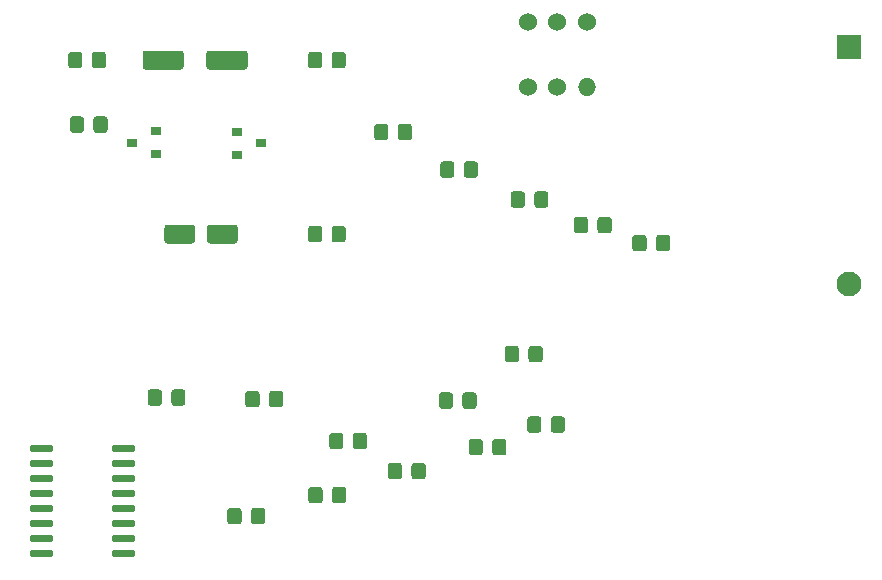
<source format=gbr>
%TF.GenerationSoftware,KiCad,Pcbnew,5.1.9-1.fc33*%
%TF.CreationDate,2021-01-27T11:43:12-03:00*%
%TF.ProjectId,santas_sequencer,73616e74-6173-45f7-9365-7175656e6365,rev?*%
%TF.SameCoordinates,Original*%
%TF.FileFunction,Soldermask,Bot*%
%TF.FilePolarity,Negative*%
%FSLAX46Y46*%
G04 Gerber Fmt 4.6, Leading zero omitted, Abs format (unit mm)*
G04 Created by KiCad (PCBNEW 5.1.9-1.fc33) date 2021-01-27 11:43:12*
%MOMM*%
%LPD*%
G01*
G04 APERTURE LIST*
%ADD10C,1.524000*%
%ADD11O,1.524000X1.524000*%
%ADD12R,0.900000X0.800000*%
%ADD13C,2.100000*%
%ADD14R,2.100000X2.100000*%
G04 APERTURE END LIST*
G36*
G01*
X121658000Y-102023000D02*
X121658000Y-100923000D01*
G75*
G02*
X121908000Y-100673000I250000J0D01*
G01*
X124008000Y-100673000D01*
G75*
G02*
X124258000Y-100923000I0J-250000D01*
G01*
X124258000Y-102023000D01*
G75*
G02*
X124008000Y-102273000I-250000J0D01*
G01*
X121908000Y-102273000D01*
G75*
G02*
X121658000Y-102023000I0J250000D01*
G01*
G37*
G36*
G01*
X118058000Y-102023000D02*
X118058000Y-100923000D01*
G75*
G02*
X118308000Y-100673000I250000J0D01*
G01*
X120408000Y-100673000D01*
G75*
G02*
X120658000Y-100923000I0J-250000D01*
G01*
X120658000Y-102023000D01*
G75*
G02*
X120408000Y-102273000I-250000J0D01*
G01*
X118308000Y-102273000D01*
G75*
G02*
X118058000Y-102023000I0J250000D01*
G01*
G37*
G36*
G01*
X121600000Y-87291000D02*
X121600000Y-86191000D01*
G75*
G02*
X121850000Y-85941000I250000J0D01*
G01*
X124850000Y-85941000D01*
G75*
G02*
X125100000Y-86191000I0J-250000D01*
G01*
X125100000Y-87291000D01*
G75*
G02*
X124850000Y-87541000I-250000J0D01*
G01*
X121850000Y-87541000D01*
G75*
G02*
X121600000Y-87291000I0J250000D01*
G01*
G37*
G36*
G01*
X116200000Y-87291000D02*
X116200000Y-86191000D01*
G75*
G02*
X116450000Y-85941000I250000J0D01*
G01*
X119450000Y-85941000D01*
G75*
G02*
X119700000Y-86191000I0J-250000D01*
G01*
X119700000Y-87291000D01*
G75*
G02*
X119450000Y-87541000I-250000J0D01*
G01*
X116450000Y-87541000D01*
G75*
G02*
X116200000Y-87291000I0J250000D01*
G01*
G37*
D10*
X148821000Y-83546000D03*
X151321000Y-83546000D03*
X153821000Y-83546000D03*
X148821000Y-89046000D03*
X151321000Y-89046000D03*
D11*
X153821000Y-89046000D03*
G36*
G01*
X112049000Y-92652001D02*
X112049000Y-91751999D01*
G75*
G02*
X112298999Y-91502000I249999J0D01*
G01*
X112999001Y-91502000D01*
G75*
G02*
X113249000Y-91751999I0J-249999D01*
G01*
X113249000Y-92652001D01*
G75*
G02*
X112999001Y-92902000I-249999J0D01*
G01*
X112298999Y-92902000D01*
G75*
G02*
X112049000Y-92652001I0J249999D01*
G01*
G37*
G36*
G01*
X110049000Y-92652001D02*
X110049000Y-91751999D01*
G75*
G02*
X110298999Y-91502000I249999J0D01*
G01*
X110999001Y-91502000D01*
G75*
G02*
X111249000Y-91751999I0J-249999D01*
G01*
X111249000Y-92652001D01*
G75*
G02*
X110999001Y-92902000I-249999J0D01*
G01*
X110298999Y-92902000D01*
G75*
G02*
X110049000Y-92652001I0J249999D01*
G01*
G37*
G36*
G01*
X113600000Y-128674000D02*
X113600000Y-128374000D01*
G75*
G02*
X113750000Y-128224000I150000J0D01*
G01*
X115425000Y-128224000D01*
G75*
G02*
X115575000Y-128374000I0J-150000D01*
G01*
X115575000Y-128674000D01*
G75*
G02*
X115425000Y-128824000I-150000J0D01*
G01*
X113750000Y-128824000D01*
G75*
G02*
X113600000Y-128674000I0J150000D01*
G01*
G37*
G36*
G01*
X113600000Y-127404000D02*
X113600000Y-127104000D01*
G75*
G02*
X113750000Y-126954000I150000J0D01*
G01*
X115425000Y-126954000D01*
G75*
G02*
X115575000Y-127104000I0J-150000D01*
G01*
X115575000Y-127404000D01*
G75*
G02*
X115425000Y-127554000I-150000J0D01*
G01*
X113750000Y-127554000D01*
G75*
G02*
X113600000Y-127404000I0J150000D01*
G01*
G37*
G36*
G01*
X113600000Y-126134000D02*
X113600000Y-125834000D01*
G75*
G02*
X113750000Y-125684000I150000J0D01*
G01*
X115425000Y-125684000D01*
G75*
G02*
X115575000Y-125834000I0J-150000D01*
G01*
X115575000Y-126134000D01*
G75*
G02*
X115425000Y-126284000I-150000J0D01*
G01*
X113750000Y-126284000D01*
G75*
G02*
X113600000Y-126134000I0J150000D01*
G01*
G37*
G36*
G01*
X113600000Y-124864000D02*
X113600000Y-124564000D01*
G75*
G02*
X113750000Y-124414000I150000J0D01*
G01*
X115425000Y-124414000D01*
G75*
G02*
X115575000Y-124564000I0J-150000D01*
G01*
X115575000Y-124864000D01*
G75*
G02*
X115425000Y-125014000I-150000J0D01*
G01*
X113750000Y-125014000D01*
G75*
G02*
X113600000Y-124864000I0J150000D01*
G01*
G37*
G36*
G01*
X113600000Y-123594000D02*
X113600000Y-123294000D01*
G75*
G02*
X113750000Y-123144000I150000J0D01*
G01*
X115425000Y-123144000D01*
G75*
G02*
X115575000Y-123294000I0J-150000D01*
G01*
X115575000Y-123594000D01*
G75*
G02*
X115425000Y-123744000I-150000J0D01*
G01*
X113750000Y-123744000D01*
G75*
G02*
X113600000Y-123594000I0J150000D01*
G01*
G37*
G36*
G01*
X113600000Y-122324000D02*
X113600000Y-122024000D01*
G75*
G02*
X113750000Y-121874000I150000J0D01*
G01*
X115425000Y-121874000D01*
G75*
G02*
X115575000Y-122024000I0J-150000D01*
G01*
X115575000Y-122324000D01*
G75*
G02*
X115425000Y-122474000I-150000J0D01*
G01*
X113750000Y-122474000D01*
G75*
G02*
X113600000Y-122324000I0J150000D01*
G01*
G37*
G36*
G01*
X113600000Y-121054000D02*
X113600000Y-120754000D01*
G75*
G02*
X113750000Y-120604000I150000J0D01*
G01*
X115425000Y-120604000D01*
G75*
G02*
X115575000Y-120754000I0J-150000D01*
G01*
X115575000Y-121054000D01*
G75*
G02*
X115425000Y-121204000I-150000J0D01*
G01*
X113750000Y-121204000D01*
G75*
G02*
X113600000Y-121054000I0J150000D01*
G01*
G37*
G36*
G01*
X113600000Y-119784000D02*
X113600000Y-119484000D01*
G75*
G02*
X113750000Y-119334000I150000J0D01*
G01*
X115425000Y-119334000D01*
G75*
G02*
X115575000Y-119484000I0J-150000D01*
G01*
X115575000Y-119784000D01*
G75*
G02*
X115425000Y-119934000I-150000J0D01*
G01*
X113750000Y-119934000D01*
G75*
G02*
X113600000Y-119784000I0J150000D01*
G01*
G37*
G36*
G01*
X106675000Y-119784000D02*
X106675000Y-119484000D01*
G75*
G02*
X106825000Y-119334000I150000J0D01*
G01*
X108500000Y-119334000D01*
G75*
G02*
X108650000Y-119484000I0J-150000D01*
G01*
X108650000Y-119784000D01*
G75*
G02*
X108500000Y-119934000I-150000J0D01*
G01*
X106825000Y-119934000D01*
G75*
G02*
X106675000Y-119784000I0J150000D01*
G01*
G37*
G36*
G01*
X106675000Y-121054000D02*
X106675000Y-120754000D01*
G75*
G02*
X106825000Y-120604000I150000J0D01*
G01*
X108500000Y-120604000D01*
G75*
G02*
X108650000Y-120754000I0J-150000D01*
G01*
X108650000Y-121054000D01*
G75*
G02*
X108500000Y-121204000I-150000J0D01*
G01*
X106825000Y-121204000D01*
G75*
G02*
X106675000Y-121054000I0J150000D01*
G01*
G37*
G36*
G01*
X106675000Y-122324000D02*
X106675000Y-122024000D01*
G75*
G02*
X106825000Y-121874000I150000J0D01*
G01*
X108500000Y-121874000D01*
G75*
G02*
X108650000Y-122024000I0J-150000D01*
G01*
X108650000Y-122324000D01*
G75*
G02*
X108500000Y-122474000I-150000J0D01*
G01*
X106825000Y-122474000D01*
G75*
G02*
X106675000Y-122324000I0J150000D01*
G01*
G37*
G36*
G01*
X106675000Y-123594000D02*
X106675000Y-123294000D01*
G75*
G02*
X106825000Y-123144000I150000J0D01*
G01*
X108500000Y-123144000D01*
G75*
G02*
X108650000Y-123294000I0J-150000D01*
G01*
X108650000Y-123594000D01*
G75*
G02*
X108500000Y-123744000I-150000J0D01*
G01*
X106825000Y-123744000D01*
G75*
G02*
X106675000Y-123594000I0J150000D01*
G01*
G37*
G36*
G01*
X106675000Y-124864000D02*
X106675000Y-124564000D01*
G75*
G02*
X106825000Y-124414000I150000J0D01*
G01*
X108500000Y-124414000D01*
G75*
G02*
X108650000Y-124564000I0J-150000D01*
G01*
X108650000Y-124864000D01*
G75*
G02*
X108500000Y-125014000I-150000J0D01*
G01*
X106825000Y-125014000D01*
G75*
G02*
X106675000Y-124864000I0J150000D01*
G01*
G37*
G36*
G01*
X106675000Y-126134000D02*
X106675000Y-125834000D01*
G75*
G02*
X106825000Y-125684000I150000J0D01*
G01*
X108500000Y-125684000D01*
G75*
G02*
X108650000Y-125834000I0J-150000D01*
G01*
X108650000Y-126134000D01*
G75*
G02*
X108500000Y-126284000I-150000J0D01*
G01*
X106825000Y-126284000D01*
G75*
G02*
X106675000Y-126134000I0J150000D01*
G01*
G37*
G36*
G01*
X106675000Y-127404000D02*
X106675000Y-127104000D01*
G75*
G02*
X106825000Y-126954000I150000J0D01*
G01*
X108500000Y-126954000D01*
G75*
G02*
X108650000Y-127104000I0J-150000D01*
G01*
X108650000Y-127404000D01*
G75*
G02*
X108500000Y-127554000I-150000J0D01*
G01*
X106825000Y-127554000D01*
G75*
G02*
X106675000Y-127404000I0J150000D01*
G01*
G37*
G36*
G01*
X106675000Y-128674000D02*
X106675000Y-128374000D01*
G75*
G02*
X106825000Y-128224000I150000J0D01*
G01*
X108500000Y-128224000D01*
G75*
G02*
X108650000Y-128374000I0J-150000D01*
G01*
X108650000Y-128674000D01*
G75*
G02*
X108500000Y-128824000I-150000J0D01*
G01*
X106825000Y-128824000D01*
G75*
G02*
X106675000Y-128674000I0J150000D01*
G01*
G37*
G36*
G01*
X158874000Y-101784999D02*
X158874000Y-102685001D01*
G75*
G02*
X158624001Y-102935000I-249999J0D01*
G01*
X157923999Y-102935000D01*
G75*
G02*
X157674000Y-102685001I0J249999D01*
G01*
X157674000Y-101784999D01*
G75*
G02*
X157923999Y-101535000I249999J0D01*
G01*
X158624001Y-101535000D01*
G75*
G02*
X158874000Y-101784999I0J-249999D01*
G01*
G37*
G36*
G01*
X160874000Y-101784999D02*
X160874000Y-102685001D01*
G75*
G02*
X160624001Y-102935000I-249999J0D01*
G01*
X159923999Y-102935000D01*
G75*
G02*
X159674000Y-102685001I0J249999D01*
G01*
X159674000Y-101784999D01*
G75*
G02*
X159923999Y-101535000I249999J0D01*
G01*
X160624001Y-101535000D01*
G75*
G02*
X160874000Y-101784999I0J-249999D01*
G01*
G37*
G36*
G01*
X153921000Y-100260999D02*
X153921000Y-101161001D01*
G75*
G02*
X153671001Y-101411000I-249999J0D01*
G01*
X152970999Y-101411000D01*
G75*
G02*
X152721000Y-101161001I0J249999D01*
G01*
X152721000Y-100260999D01*
G75*
G02*
X152970999Y-100011000I249999J0D01*
G01*
X153671001Y-100011000D01*
G75*
G02*
X153921000Y-100260999I0J-249999D01*
G01*
G37*
G36*
G01*
X155921000Y-100260999D02*
X155921000Y-101161001D01*
G75*
G02*
X155671001Y-101411000I-249999J0D01*
G01*
X154970999Y-101411000D01*
G75*
G02*
X154721000Y-101161001I0J249999D01*
G01*
X154721000Y-100260999D01*
G75*
G02*
X154970999Y-100011000I249999J0D01*
G01*
X155671001Y-100011000D01*
G75*
G02*
X155921000Y-100260999I0J-249999D01*
G01*
G37*
G36*
G01*
X148571000Y-98101999D02*
X148571000Y-99002001D01*
G75*
G02*
X148321001Y-99252000I-249999J0D01*
G01*
X147620999Y-99252000D01*
G75*
G02*
X147371000Y-99002001I0J249999D01*
G01*
X147371000Y-98101999D01*
G75*
G02*
X147620999Y-97852000I249999J0D01*
G01*
X148321001Y-97852000D01*
G75*
G02*
X148571000Y-98101999I0J-249999D01*
G01*
G37*
G36*
G01*
X150571000Y-98101999D02*
X150571000Y-99002001D01*
G75*
G02*
X150321001Y-99252000I-249999J0D01*
G01*
X149620999Y-99252000D01*
G75*
G02*
X149371000Y-99002001I0J249999D01*
G01*
X149371000Y-98101999D01*
G75*
G02*
X149620999Y-97852000I249999J0D01*
G01*
X150321001Y-97852000D01*
G75*
G02*
X150571000Y-98101999I0J-249999D01*
G01*
G37*
G36*
G01*
X142602000Y-95561999D02*
X142602000Y-96462001D01*
G75*
G02*
X142352001Y-96712000I-249999J0D01*
G01*
X141651999Y-96712000D01*
G75*
G02*
X141402000Y-96462001I0J249999D01*
G01*
X141402000Y-95561999D01*
G75*
G02*
X141651999Y-95312000I249999J0D01*
G01*
X142352001Y-95312000D01*
G75*
G02*
X142602000Y-95561999I0J-249999D01*
G01*
G37*
G36*
G01*
X144602000Y-95561999D02*
X144602000Y-96462001D01*
G75*
G02*
X144352001Y-96712000I-249999J0D01*
G01*
X143651999Y-96712000D01*
G75*
G02*
X143402000Y-96462001I0J249999D01*
G01*
X143402000Y-95561999D01*
G75*
G02*
X143651999Y-95312000I249999J0D01*
G01*
X144352001Y-95312000D01*
G75*
G02*
X144602000Y-95561999I0J-249999D01*
G01*
G37*
G36*
G01*
X137014000Y-92386999D02*
X137014000Y-93287001D01*
G75*
G02*
X136764001Y-93537000I-249999J0D01*
G01*
X136063999Y-93537000D01*
G75*
G02*
X135814000Y-93287001I0J249999D01*
G01*
X135814000Y-92386999D01*
G75*
G02*
X136063999Y-92137000I249999J0D01*
G01*
X136764001Y-92137000D01*
G75*
G02*
X137014000Y-92386999I0J-249999D01*
G01*
G37*
G36*
G01*
X139014000Y-92386999D02*
X139014000Y-93287001D01*
G75*
G02*
X138764001Y-93537000I-249999J0D01*
G01*
X138063999Y-93537000D01*
G75*
G02*
X137814000Y-93287001I0J249999D01*
G01*
X137814000Y-92386999D01*
G75*
G02*
X138063999Y-92137000I249999J0D01*
G01*
X138764001Y-92137000D01*
G75*
G02*
X139014000Y-92386999I0J-249999D01*
G01*
G37*
G36*
G01*
X148079000Y-111182999D02*
X148079000Y-112083001D01*
G75*
G02*
X147829001Y-112333000I-249999J0D01*
G01*
X147128999Y-112333000D01*
G75*
G02*
X146879000Y-112083001I0J249999D01*
G01*
X146879000Y-111182999D01*
G75*
G02*
X147128999Y-110933000I249999J0D01*
G01*
X147829001Y-110933000D01*
G75*
G02*
X148079000Y-111182999I0J-249999D01*
G01*
G37*
G36*
G01*
X150079000Y-111182999D02*
X150079000Y-112083001D01*
G75*
G02*
X149829001Y-112333000I-249999J0D01*
G01*
X149128999Y-112333000D01*
G75*
G02*
X148879000Y-112083001I0J249999D01*
G01*
X148879000Y-111182999D01*
G75*
G02*
X149128999Y-110933000I249999J0D01*
G01*
X149829001Y-110933000D01*
G75*
G02*
X150079000Y-111182999I0J-249999D01*
G01*
G37*
G36*
G01*
X149968000Y-117151999D02*
X149968000Y-118052001D01*
G75*
G02*
X149718001Y-118302000I-249999J0D01*
G01*
X149017999Y-118302000D01*
G75*
G02*
X148768000Y-118052001I0J249999D01*
G01*
X148768000Y-117151999D01*
G75*
G02*
X149017999Y-116902000I249999J0D01*
G01*
X149718001Y-116902000D01*
G75*
G02*
X149968000Y-117151999I0J-249999D01*
G01*
G37*
G36*
G01*
X151968000Y-117151999D02*
X151968000Y-118052001D01*
G75*
G02*
X151718001Y-118302000I-249999J0D01*
G01*
X151017999Y-118302000D01*
G75*
G02*
X150768000Y-118052001I0J249999D01*
G01*
X150768000Y-117151999D01*
G75*
G02*
X151017999Y-116902000I249999J0D01*
G01*
X151718001Y-116902000D01*
G75*
G02*
X151968000Y-117151999I0J-249999D01*
G01*
G37*
G36*
G01*
X142491000Y-115119999D02*
X142491000Y-116020001D01*
G75*
G02*
X142241001Y-116270000I-249999J0D01*
G01*
X141540999Y-116270000D01*
G75*
G02*
X141291000Y-116020001I0J249999D01*
G01*
X141291000Y-115119999D01*
G75*
G02*
X141540999Y-114870000I249999J0D01*
G01*
X142241001Y-114870000D01*
G75*
G02*
X142491000Y-115119999I0J-249999D01*
G01*
G37*
G36*
G01*
X144491000Y-115119999D02*
X144491000Y-116020001D01*
G75*
G02*
X144241001Y-116270000I-249999J0D01*
G01*
X143540999Y-116270000D01*
G75*
G02*
X143291000Y-116020001I0J249999D01*
G01*
X143291000Y-115119999D01*
G75*
G02*
X143540999Y-114870000I249999J0D01*
G01*
X144241001Y-114870000D01*
G75*
G02*
X144491000Y-115119999I0J-249999D01*
G01*
G37*
G36*
G01*
X145015000Y-119056999D02*
X145015000Y-119957001D01*
G75*
G02*
X144765001Y-120207000I-249999J0D01*
G01*
X144064999Y-120207000D01*
G75*
G02*
X143815000Y-119957001I0J249999D01*
G01*
X143815000Y-119056999D01*
G75*
G02*
X144064999Y-118807000I249999J0D01*
G01*
X144765001Y-118807000D01*
G75*
G02*
X145015000Y-119056999I0J-249999D01*
G01*
G37*
G36*
G01*
X147015000Y-119056999D02*
X147015000Y-119957001D01*
G75*
G02*
X146765001Y-120207000I-249999J0D01*
G01*
X146064999Y-120207000D01*
G75*
G02*
X145815000Y-119957001I0J249999D01*
G01*
X145815000Y-119056999D01*
G75*
G02*
X146064999Y-118807000I249999J0D01*
G01*
X146765001Y-118807000D01*
G75*
G02*
X147015000Y-119056999I0J-249999D01*
G01*
G37*
G36*
G01*
X133204000Y-118548999D02*
X133204000Y-119449001D01*
G75*
G02*
X132954001Y-119699000I-249999J0D01*
G01*
X132253999Y-119699000D01*
G75*
G02*
X132004000Y-119449001I0J249999D01*
G01*
X132004000Y-118548999D01*
G75*
G02*
X132253999Y-118299000I249999J0D01*
G01*
X132954001Y-118299000D01*
G75*
G02*
X133204000Y-118548999I0J-249999D01*
G01*
G37*
G36*
G01*
X135204000Y-118548999D02*
X135204000Y-119449001D01*
G75*
G02*
X134954001Y-119699000I-249999J0D01*
G01*
X134253999Y-119699000D01*
G75*
G02*
X134004000Y-119449001I0J249999D01*
G01*
X134004000Y-118548999D01*
G75*
G02*
X134253999Y-118299000I249999J0D01*
G01*
X134954001Y-118299000D01*
G75*
G02*
X135204000Y-118548999I0J-249999D01*
G01*
G37*
G36*
G01*
X138173000Y-121088999D02*
X138173000Y-121989001D01*
G75*
G02*
X137923001Y-122239000I-249999J0D01*
G01*
X137222999Y-122239000D01*
G75*
G02*
X136973000Y-121989001I0J249999D01*
G01*
X136973000Y-121088999D01*
G75*
G02*
X137222999Y-120839000I249999J0D01*
G01*
X137923001Y-120839000D01*
G75*
G02*
X138173000Y-121088999I0J-249999D01*
G01*
G37*
G36*
G01*
X140173000Y-121088999D02*
X140173000Y-121989001D01*
G75*
G02*
X139923001Y-122239000I-249999J0D01*
G01*
X139222999Y-122239000D01*
G75*
G02*
X138973000Y-121989001I0J249999D01*
G01*
X138973000Y-121088999D01*
G75*
G02*
X139222999Y-120839000I249999J0D01*
G01*
X139923001Y-120839000D01*
G75*
G02*
X140173000Y-121088999I0J-249999D01*
G01*
G37*
G36*
G01*
X126108000Y-114992999D02*
X126108000Y-115893001D01*
G75*
G02*
X125858001Y-116143000I-249999J0D01*
G01*
X125157999Y-116143000D01*
G75*
G02*
X124908000Y-115893001I0J249999D01*
G01*
X124908000Y-114992999D01*
G75*
G02*
X125157999Y-114743000I249999J0D01*
G01*
X125858001Y-114743000D01*
G75*
G02*
X126108000Y-114992999I0J-249999D01*
G01*
G37*
G36*
G01*
X128108000Y-114992999D02*
X128108000Y-115893001D01*
G75*
G02*
X127858001Y-116143000I-249999J0D01*
G01*
X127157999Y-116143000D01*
G75*
G02*
X126908000Y-115893001I0J249999D01*
G01*
X126908000Y-114992999D01*
G75*
G02*
X127157999Y-114743000I249999J0D01*
G01*
X127858001Y-114743000D01*
G75*
G02*
X128108000Y-114992999I0J-249999D01*
G01*
G37*
G36*
G01*
X131442000Y-123120999D02*
X131442000Y-124021001D01*
G75*
G02*
X131192001Y-124271000I-249999J0D01*
G01*
X130491999Y-124271000D01*
G75*
G02*
X130242000Y-124021001I0J249999D01*
G01*
X130242000Y-123120999D01*
G75*
G02*
X130491999Y-122871000I249999J0D01*
G01*
X131192001Y-122871000D01*
G75*
G02*
X131442000Y-123120999I0J-249999D01*
G01*
G37*
G36*
G01*
X133442000Y-123120999D02*
X133442000Y-124021001D01*
G75*
G02*
X133192001Y-124271000I-249999J0D01*
G01*
X132491999Y-124271000D01*
G75*
G02*
X132242000Y-124021001I0J249999D01*
G01*
X132242000Y-123120999D01*
G75*
G02*
X132491999Y-122871000I249999J0D01*
G01*
X133192001Y-122871000D01*
G75*
G02*
X133442000Y-123120999I0J-249999D01*
G01*
G37*
G36*
G01*
X117837000Y-114865999D02*
X117837000Y-115766001D01*
G75*
G02*
X117587001Y-116016000I-249999J0D01*
G01*
X116886999Y-116016000D01*
G75*
G02*
X116637000Y-115766001I0J249999D01*
G01*
X116637000Y-114865999D01*
G75*
G02*
X116886999Y-114616000I249999J0D01*
G01*
X117587001Y-114616000D01*
G75*
G02*
X117837000Y-114865999I0J-249999D01*
G01*
G37*
G36*
G01*
X119837000Y-114865999D02*
X119837000Y-115766001D01*
G75*
G02*
X119587001Y-116016000I-249999J0D01*
G01*
X118886999Y-116016000D01*
G75*
G02*
X118637000Y-115766001I0J249999D01*
G01*
X118637000Y-114865999D01*
G75*
G02*
X118886999Y-114616000I249999J0D01*
G01*
X119587001Y-114616000D01*
G75*
G02*
X119837000Y-114865999I0J-249999D01*
G01*
G37*
G36*
G01*
X124584000Y-124898999D02*
X124584000Y-125799001D01*
G75*
G02*
X124334001Y-126049000I-249999J0D01*
G01*
X123633999Y-126049000D01*
G75*
G02*
X123384000Y-125799001I0J249999D01*
G01*
X123384000Y-124898999D01*
G75*
G02*
X123633999Y-124649000I249999J0D01*
G01*
X124334001Y-124649000D01*
G75*
G02*
X124584000Y-124898999I0J-249999D01*
G01*
G37*
G36*
G01*
X126584000Y-124898999D02*
X126584000Y-125799001D01*
G75*
G02*
X126334001Y-126049000I-249999J0D01*
G01*
X125633999Y-126049000D01*
G75*
G02*
X125384000Y-125799001I0J249999D01*
G01*
X125384000Y-124898999D01*
G75*
G02*
X125633999Y-124649000I249999J0D01*
G01*
X126334001Y-124649000D01*
G75*
G02*
X126584000Y-124898999I0J-249999D01*
G01*
G37*
G36*
G01*
X111906000Y-87191001D02*
X111906000Y-86290999D01*
G75*
G02*
X112155999Y-86041000I249999J0D01*
G01*
X112856001Y-86041000D01*
G75*
G02*
X113106000Y-86290999I0J-249999D01*
G01*
X113106000Y-87191001D01*
G75*
G02*
X112856001Y-87441000I-249999J0D01*
G01*
X112155999Y-87441000D01*
G75*
G02*
X111906000Y-87191001I0J249999D01*
G01*
G37*
G36*
G01*
X109906000Y-87191001D02*
X109906000Y-86290999D01*
G75*
G02*
X110155999Y-86041000I249999J0D01*
G01*
X110856001Y-86041000D01*
G75*
G02*
X111106000Y-86290999I0J-249999D01*
G01*
X111106000Y-87191001D01*
G75*
G02*
X110856001Y-87441000I-249999J0D01*
G01*
X110155999Y-87441000D01*
G75*
G02*
X109906000Y-87191001I0J249999D01*
G01*
G37*
G36*
G01*
X131410000Y-86290999D02*
X131410000Y-87191001D01*
G75*
G02*
X131160001Y-87441000I-249999J0D01*
G01*
X130459999Y-87441000D01*
G75*
G02*
X130210000Y-87191001I0J249999D01*
G01*
X130210000Y-86290999D01*
G75*
G02*
X130459999Y-86041000I249999J0D01*
G01*
X131160001Y-86041000D01*
G75*
G02*
X131410000Y-86290999I0J-249999D01*
G01*
G37*
G36*
G01*
X133410000Y-86290999D02*
X133410000Y-87191001D01*
G75*
G02*
X133160001Y-87441000I-249999J0D01*
G01*
X132459999Y-87441000D01*
G75*
G02*
X132210000Y-87191001I0J249999D01*
G01*
X132210000Y-86290999D01*
G75*
G02*
X132459999Y-86041000I249999J0D01*
G01*
X133160001Y-86041000D01*
G75*
G02*
X133410000Y-86290999I0J-249999D01*
G01*
G37*
G36*
G01*
X131410000Y-101022999D02*
X131410000Y-101923001D01*
G75*
G02*
X131160001Y-102173000I-249999J0D01*
G01*
X130459999Y-102173000D01*
G75*
G02*
X130210000Y-101923001I0J249999D01*
G01*
X130210000Y-101022999D01*
G75*
G02*
X130459999Y-100773000I249999J0D01*
G01*
X131160001Y-100773000D01*
G75*
G02*
X131410000Y-101022999I0J-249999D01*
G01*
G37*
G36*
G01*
X133410000Y-101022999D02*
X133410000Y-101923001D01*
G75*
G02*
X133160001Y-102173000I-249999J0D01*
G01*
X132459999Y-102173000D01*
G75*
G02*
X132210000Y-101923001I0J249999D01*
G01*
X132210000Y-101022999D01*
G75*
G02*
X132459999Y-100773000I249999J0D01*
G01*
X133160001Y-100773000D01*
G75*
G02*
X133410000Y-101022999I0J-249999D01*
G01*
G37*
D12*
X126222000Y-93787000D03*
X124222000Y-92837000D03*
X124222000Y-94737000D03*
X115332000Y-93726000D03*
X117332000Y-94676000D03*
X117332000Y-92776000D03*
D13*
X176022000Y-105664000D03*
D14*
X176022000Y-85664000D03*
M02*

</source>
